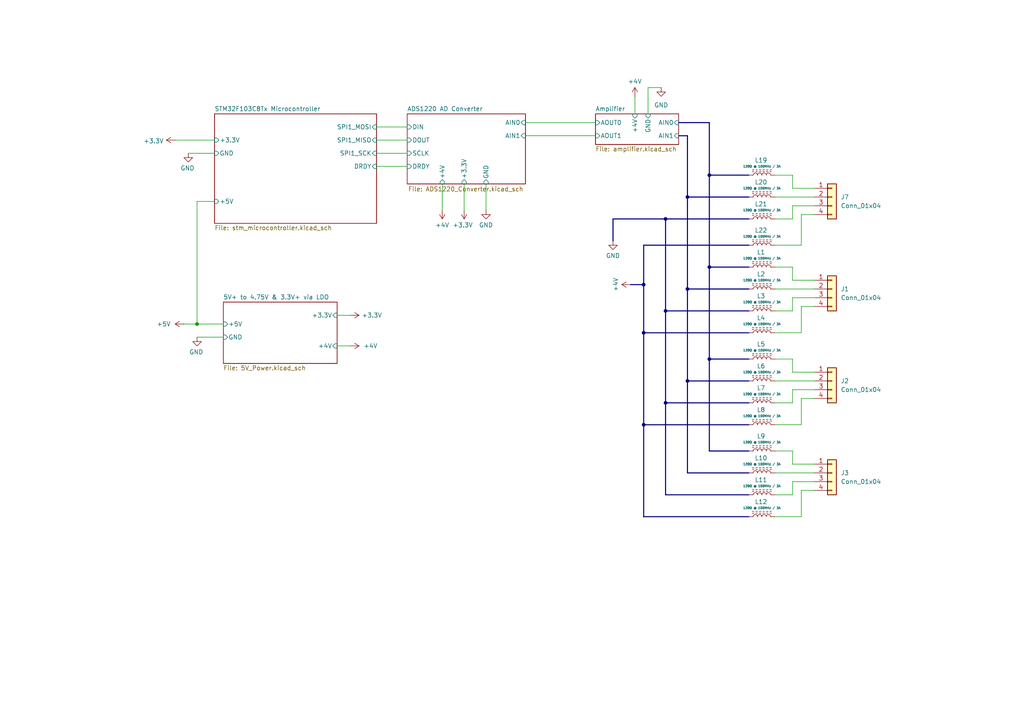
<source format=kicad_sch>
(kicad_sch (version 20231120) (generator "eeschema") (generator_version "8.0")
  (paper "A4")
  (lib_symbols
    (symbol "Connector_Generic:Conn_01x04" (pin_names (offset 1.016) hide)
      (property "Reference" "J" (at 0 5.08 0))
      (property "Value" "Conn_01x04" (at 0 -7.62 0))
      (symbol "Conn_01x04_1_1"
        (rectangle (start -1.27 -4.953) (end 0 -5.207) (stroke (width 0.1524)))
        (rectangle (start -1.27 -2.413) (end 0 -2.667) (stroke (width 0.1524)))
        (rectangle (start -1.27 0.127) (end 0 -0.127) (stroke (width 0.1524)))
        (rectangle (start -1.27 2.667) (end 0 2.413) (stroke (width 0.1524)))
        (rectangle (start -1.27 3.81) (end 1.27 -6.35) (stroke (width 0.254)) (fill (type background)))
        (pin passive line (at -5.08 2.54 0) (length 3.81) (name "Pin_1") (number "1"))
        (pin passive line (at -5.08 0 0) (length 3.81) (name "Pin_2") (number "2"))
        (pin passive line (at -5.08 -2.54 0) (length 3.81) (name "Pin_3") (number "3"))
        (pin passive line (at -5.08 -5.08 0) (length 3.81) (name "Pin_4") (number "4"))
      )
    )
    (symbol "Device:L_Ferrite" (pin_numbers hide) (pin_names (offset 1.016) hide)
      (property "Reference" "L" (at -1.27 0 90))
      (property "Value" "L_Ferrite" (at 2.794 0 90))
      (symbol "L_Ferrite_0_1"
        (arc (start 0 -2.54) (mid 0.6323 -1.905) (end 0 -1.27))
        (arc (start 0 -1.27) (mid 0.6323 -0.635) (end 0 0))
        (polyline (pts (xy 1.016 -2.794) (xy 1.016 -2.286)))
        (polyline (pts (xy 1.016 -1.778) (xy 1.016 -1.27)))
        (polyline (pts (xy 1.016 -0.762) (xy 1.016 -0.254)))
        (polyline (pts (xy 1.016 0.254) (xy 1.016 0.762)))
        (polyline (pts (xy 1.016 1.27) (xy 1.016 1.778)))
        (polyline (pts (xy 1.016 2.286) (xy 1.016 2.794)))
        (polyline (pts (xy 1.524 -2.286) (xy 1.524 -2.794)))
        (polyline (pts (xy 1.524 -1.27) (xy 1.524 -1.778)))
        (polyline (pts (xy 1.524 -0.254) (xy 1.524 -0.762)))
        (polyline (pts (xy 1.524 0.762) (xy 1.524 0.254)))
        (polyline (pts (xy 1.524 1.778) (xy 1.524 1.27)))
        (polyline (pts (xy 1.524 2.794) (xy 1.524 2.286)))
        (arc (start 0 0) (mid 0.6323 0.635) (end 0 1.27))
        (arc (start 0 1.27) (mid 0.6323 1.905) (end 0 2.54))
      )
      (symbol "L_Ferrite_1_1"
        (pin passive line (at 0 3.81 270) (length 1.27) (name "1") (number "1"))
        (pin passive line (at 0 -3.81 90) (length 1.27) (name "2") (number "2"))
      )
    )
    (symbol "power:+3.3V" (power) (pin_numbers hide) (pin_names (offset 0) hide)
      (property "Value" "+3.3V" (at 0 3.556 0))
      (symbol "+3.3V_0_1"
        (polyline (pts (xy -0.762 1.27) (xy 0 2.54)))
        (polyline (pts (xy 0 0) (xy 0 2.54)))
        (polyline (pts (xy 0 2.54) (xy 0.762 1.27)))
      )
      (symbol "+3.3V_1_1"
        (pin power_in line (at 0 0 90) (length 0) (name "~") (number "1"))
      )
    )
    (symbol "power:+4V" (power) (pin_numbers hide) (pin_names (offset 0) hide)
      (property "Value" "+4V" (at 0 3.556 0))
      (symbol "+4V_0_1"
        (polyline (pts (xy -0.762 1.27) (xy 0 2.54)))
        (polyline (pts (xy 0 0) (xy 0 2.54)))
        (polyline (pts (xy 0 2.54) (xy 0.762 1.27)))
      )
      (symbol "+4V_1_1"
        (pin power_in line (at 0 0 90) (length 0) (name "~") (number "1"))
      )
    )
    (symbol "power:+5V" (power) (pin_numbers hide) (pin_names (offset 0) hide)
      (property "Value" "+5V" (at 0 3.556 0))
      (symbol "+5V_0_1"
        (polyline (pts (xy -0.762 1.27) (xy 0 2.54)))
        (polyline (pts (xy 0 0) (xy 0 2.54)))
        (polyline (pts (xy 0 2.54) (xy 0.762 1.27)))
      )
      (symbol "+5V_1_1"
        (pin power_in line (at 0 0 90) (length 0) (name "~") (number "1"))
      )
    )
    (symbol "power:GND" (power) (pin_numbers hide) (pin_names (offset 0) hide)
      (property "Value" "GND" (at 0 -3.81 0))
      (symbol "GND_0_1"
        (polyline (pts (xy 0 0) (xy 0 -1.27) (xy 1.27 -1.27) (xy 0 -2.54) (xy -1.27 -1.27) (xy 0 -1.27)))
      )
      (symbol "GND_1_1"
        (pin power_in line (at 0 0 270) (length 0) (name "~") (number "1"))
      )
    )
  )
  (junction (at 186.69 82.55))
  (junction (at 193.04 63.5))
  (junction (at 193.04 116.84))
  (junction (at 57.15 93.98))
  (junction (at 199.39 83.82))
  (junction (at 205.74 50.8))
  (junction (at 199.39 110.49))
  (junction (at 205.74 104.14))
  (junction (at 205.74 77.47))
  (junction (at 193.04 90.17))
  (junction (at 186.69 123.19))
  (junction (at 199.39 57.15))
  (junction (at 186.69 96.52))
  (wire (pts (xy 229.87 130.81) (xy 229.87 134.62)))
  (bus (pts (xy 217.17 104.14) (xy 205.74 104.14)))
  (bus (pts (xy 205.74 35.56) (xy 205.74 50.8)))
  (wire (pts (xy 229.87 104.14) (xy 229.87 107.95)))
  (wire (pts (xy 224.79 71.12) (xy 232.41 71.12)))
  (bus (pts (xy 205.74 104.14) (xy 205.74 130.81)))
  (bus (pts (xy 177.8 63.5) (xy 193.04 63.5)))
  (wire (pts (xy 229.87 54.61) (xy 236.22 54.61)))
  (wire (pts (xy 229.87 59.69) (xy 236.22 59.69)))
  (wire (pts (xy 224.79 143.51) (xy 229.87 143.51)))
  (bus (pts (xy 186.69 71.12) (xy 217.17 71.12)))
  (wire (pts (xy 191.77 25.4) (xy 187.96 25.4)))
  (wire (pts (xy 184.15 27.94) (xy 184.15 33.02)))
  (wire (pts (xy 109.22 48.26) (xy 118.11 48.26)))
  (wire (pts (xy 224.79 130.81) (xy 229.87 130.81)))
  (bus (pts (xy 199.39 137.16) (xy 217.17 137.16)))
  (wire (pts (xy 224.79 149.86) (xy 232.41 149.86)))
  (bus (pts (xy 193.04 63.5) (xy 193.04 90.17)))
  (wire (pts (xy 224.79 83.82) (xy 236.22 83.82)))
  (wire (pts (xy 229.87 107.95) (xy 236.22 107.95)))
  (bus (pts (xy 205.74 50.8) (xy 217.17 50.8)))
  (wire (pts (xy 97.79 100.33) (xy 101.6 100.33)))
  (bus (pts (xy 199.39 110.49) (xy 199.39 137.16)))
  (wire (pts (xy 134.62 60.96) (xy 134.62 53.34)))
  (bus (pts (xy 193.04 90.17) (xy 193.04 116.84)))
  (wire (pts (xy 232.41 96.52) (xy 232.41 88.9)))
  (bus (pts (xy 186.69 149.86) (xy 217.17 149.86)))
  (bus (pts (xy 193.04 143.51) (xy 217.17 143.51)))
  (wire (pts (xy 232.41 149.86) (xy 232.41 142.24)))
  (wire (pts (xy 224.79 50.8) (xy 229.87 50.8)))
  (wire (pts (xy 109.22 40.64) (xy 118.11 40.64)))
  (wire (pts (xy 232.41 115.57) (xy 236.22 115.57)))
  (wire (pts (xy 101.6 91.44) (xy 97.79 91.44)))
  (wire (pts (xy 224.79 116.84) (xy 229.87 116.84)))
  (wire (pts (xy 57.15 93.98) (xy 64.77 93.98)))
  (wire (pts (xy 54.61 44.45) (xy 62.23 44.45)))
  (wire (pts (xy 229.87 113.03) (xy 236.22 113.03)))
  (wire (pts (xy 57.15 58.42) (xy 57.15 93.98)))
  (bus (pts (xy 199.39 57.15) (xy 199.39 83.82)))
  (wire (pts (xy 232.41 62.23) (xy 236.22 62.23)))
  (bus (pts (xy 205.74 50.8) (xy 205.74 77.47)))
  (bus (pts (xy 186.69 71.12) (xy 186.69 82.55)))
  (wire (pts (xy 229.87 134.62) (xy 236.22 134.62)))
  (wire (pts (xy 224.79 90.17) (xy 229.87 90.17)))
  (wire (pts (xy 53.34 93.98) (xy 57.15 93.98)))
  (bus (pts (xy 186.69 123.19) (xy 217.17 123.19)))
  (bus (pts (xy 205.74 130.81) (xy 217.17 130.81)))
  (wire (pts (xy 229.87 81.28) (xy 236.22 81.28)))
  (wire (pts (xy 232.41 142.24) (xy 236.22 142.24)))
  (wire (pts (xy 140.97 60.96) (xy 140.97 53.34)))
  (wire (pts (xy 62.23 58.42) (xy 57.15 58.42)))
  (wire (pts (xy 128.27 60.96) (xy 128.27 53.34)))
  (bus (pts (xy 193.04 63.5) (xy 217.17 63.5)))
  (wire (pts (xy 229.87 50.8) (xy 229.87 54.61)))
  (wire (pts (xy 224.79 57.15) (xy 236.22 57.15)))
  (bus (pts (xy 199.39 110.49) (xy 217.17 110.49)))
  (wire (pts (xy 224.79 77.47) (xy 229.87 77.47)))
  (bus (pts (xy 205.74 77.47) (xy 217.17 77.47)))
  (wire (pts (xy 50.8 40.64) (xy 62.23 40.64)))
  (wire (pts (xy 229.87 86.36) (xy 236.22 86.36)))
  (wire (pts (xy 224.79 63.5) (xy 229.87 63.5)))
  (bus (pts (xy 186.69 82.55) (xy 186.69 96.52)))
  (wire (pts (xy 229.87 139.7) (xy 236.22 139.7)))
  (wire (pts (xy 109.22 36.83) (xy 118.11 36.83)))
  (bus (pts (xy 199.39 39.37) (xy 199.39 57.15)))
  (bus (pts (xy 186.69 96.52) (xy 217.17 96.52)))
  (bus (pts (xy 186.69 123.19) (xy 186.69 149.86)))
  (bus (pts (xy 199.39 57.15) (xy 217.17 57.15)))
  (bus (pts (xy 199.39 83.82) (xy 199.39 110.49)))
  (wire (pts (xy 109.22 44.45) (xy 118.11 44.45)))
  (bus (pts (xy 199.39 83.82) (xy 217.17 83.82)))
  (wire (pts (xy 187.96 25.4) (xy 187.96 33.02)))
  (bus (pts (xy 193.04 116.84) (xy 217.17 116.84)))
  (bus (pts (xy 182.88 82.55) (xy 186.69 82.55)))
  (bus (pts (xy 205.74 77.47) (xy 205.74 104.14)))
  (wire (pts (xy 224.79 96.52) (xy 232.41 96.52)))
  (bus (pts (xy 196.85 35.56) (xy 205.74 35.56)))
  (wire (pts (xy 232.41 123.19) (xy 232.41 115.57)))
  (wire (pts (xy 229.87 77.47) (xy 229.87 81.28)))
  (wire (pts (xy 229.87 90.17) (xy 229.87 86.36)))
  (wire (pts (xy 224.79 137.16) (xy 236.22 137.16)))
  (bus (pts (xy 193.04 90.17) (xy 217.17 90.17)))
  (wire (pts (xy 152.4 39.37) (xy 172.72 39.37)))
  (wire (pts (xy 232.41 88.9) (xy 236.22 88.9)))
  (wire (pts (xy 229.87 116.84) (xy 229.87 113.03)))
  (bus (pts (xy 193.04 116.84) (xy 193.04 143.51)))
  (wire (pts (xy 224.79 104.14) (xy 229.87 104.14)))
  (wire (pts (xy 224.79 123.19) (xy 232.41 123.19)))
  (wire (pts (xy 57.15 97.79) (xy 64.77 97.79)))
  (wire (pts (xy 152.4 35.56) (xy 172.72 35.56)))
  (wire (pts (xy 229.87 63.5) (xy 229.87 59.69)))
  (bus (pts (xy 196.85 39.37) (xy 199.39 39.37)))
  (wire (pts (xy 229.87 143.51) (xy 229.87 139.7)))
  (bus (pts (xy 177.8 69.85) (xy 177.8 63.5)))
  (bus (pts (xy 186.69 96.52) (xy 186.69 123.19)))
  (wire (pts (xy 224.79 110.49) (xy 236.22 110.49)))
  (wire (pts (xy 232.41 71.12) (xy 232.41 62.23)))
  (symbol (lib_id "Device:L_Ferrite") (at 220.98 57.15 90) (unit 1)
    (property "Reference" "L20" (at 220.726 52.832 90))
    (property "Value" "120Ω @ 100MHz / 3A" (at 220.98 54.61 90) (effects (font (size 0.635 0.635))))
    (property "Footprint" "Inductor_SMD:L_0805_2012Metric_Pad1.05x1.20mm_HandSolder" (effects (hide yes)))
    (property "Description" "Inductor with ferrite core" (effects (hide yes)))
  )
  (symbol (lib_id "Device:L_Ferrite") (at 220.98 83.82 90) (unit 1)
    (property "Reference" "L2" (at 220.726 79.502 90))
    (property "Value" "120Ω @ 100MHz / 3A" (at 220.98 81.28 90) (effects (font (size 0.635 0.635))))
    (property "Footprint" "Inductor_SMD:L_0805_2012Metric_Pad1.05x1.20mm_HandSolder" (effects (hide yes)))
    (property "Description" "Inductor with ferrite core" (effects (hide yes)))
  )
  (symbol (lib_id "power:+4V") (at 128.27 60.96 180) (unit 1)
    (property "Reference" "#PWR032" (effects (hide yes)))
    (property "Value" "+4V" (at 128.27 65.278 0))
    (property "Description" "Power symbol creates a global label with name \"+4V\"" (effects (hide yes)))
  )
  (symbol (lib_id "power:GND") (at 54.61 44.45 0) (unit 1)
    (property "Reference" "#PWR026" (effects (hide yes)))
    (property "Value" "GND" (at 52.324 48.768 0) (effects (justify left)))
    (property "Description" "Power symbol creates a global label with name \"GND\" , ground" (effects (hide yes)))
  )
  (symbol (lib_id "Connector_Generic:Conn_01x04") (at 241.3 57.15 0) (unit 1)
    (property "Reference" "J7" (at 243.84 57.1499 0) (effects (justify left)))
    (property "Value" "Conn_01x04" (at 243.84 59.6899 0) (effects (justify left)))
    (property "Footprint" "Connector_JST:JST_XH_S4B-XH-A-1_1x04_P2.50mm_Horizontal" (effects (hide yes)))
    (property "Description" "Generic connector, single row, 01x04, script generated (kicad-library-utils/schlib/autogen/connector/)" (effects (hide yes)))
  )
  (symbol (lib_id "Device:L_Ferrite") (at 220.98 149.86 90) (unit 1)
    (property "Reference" "L12" (at 220.726 145.542 90))
    (property "Value" "120Ω @ 100MHz / 3A" (at 220.98 147.32 90) (effects (font (size 0.635 0.635))))
    (property "Footprint" "Inductor_SMD:L_0805_2012Metric_Pad1.05x1.20mm_HandSolder" (effects (hide yes)))
    (property "Description" "Inductor with ferrite core" (effects (hide yes)))
  )
  (symbol (lib_id "power:GND") (at 191.77 25.4 0) (unit 1)
    (property "Reference" "#PWR038" (effects (hide yes)))
    (property "Value" "GND" (at 191.77 30.48 0))
    (property "Description" "Power symbol creates a global label with name \"GND\" , ground" (effects (hide yes)))
  )
  (symbol (lib_id "Device:L_Ferrite") (at 220.98 90.17 90) (unit 1)
    (property "Reference" "L3" (at 220.726 85.852 90))
    (property "Value" "120Ω @ 100MHz / 3A" (at 220.98 87.63 90) (effects (font (size 0.635 0.635))))
    (property "Footprint" "Inductor_SMD:L_0805_2012Metric_Pad1.05x1.20mm_HandSolder" (effects (hide yes)))
    (property "Description" "Inductor with ferrite core" (effects (hide yes)))
  )
  (symbol (lib_id "Device:L_Ferrite") (at 220.98 63.5 90) (unit 1)
    (property "Reference" "L21" (at 220.726 59.182 90))
    (property "Value" "120Ω @ 100MHz / 3A" (at 220.98 60.96 90) (effects (font (size 0.635 0.635))))
    (property "Footprint" "Inductor_SMD:L_0805_2012Metric_Pad1.05x1.20mm_HandSolder" (effects (hide yes)))
    (property "Description" "Inductor with ferrite core" (effects (hide yes)))
  )
  (symbol (lib_id "Device:L_Ferrite") (at 220.98 96.52 90) (unit 1)
    (property "Reference" "L4" (at 220.726 92.202 90))
    (property "Value" "120Ω @ 100MHz / 3A" (at 220.98 93.98 90) (effects (font (size 0.635 0.635))))
    (property "Footprint" "Inductor_SMD:L_0805_2012Metric_Pad1.05x1.20mm_HandSolder" (effects (hide yes)))
    (property "Description" "Inductor with ferrite core" (effects (hide yes)))
  )
  (symbol (lib_id "power:GND") (at 57.15 97.79 0) (unit 1)
    (property "Reference" "#PWR023" (effects (hide yes)))
    (property "Value" "GND" (at 54.864 102.108 0) (effects (justify left)))
    (property "Description" "Power symbol creates a global label with name \"GND\" , ground" (effects (hide yes)))
  )
  (symbol (lib_id "Device:L_Ferrite") (at 220.98 77.47 90) (unit 1)
    (property "Reference" "L1" (at 220.726 73.152 90))
    (property "Value" "120Ω @ 100MHz / 3A" (at 220.98 74.93 90) (effects (font (size 0.635 0.635))))
    (property "Footprint" "Inductor_SMD:L_0805_2012Metric_Pad1.05x1.20mm_HandSolder" (effects (hide yes)))
    (property "Description" "Inductor with ferrite core" (effects (hide yes)))
  )
  (symbol (lib_id "Connector_Generic:Conn_01x04") (at 241.3 83.82 0) (unit 1)
    (property "Reference" "J1" (at 243.84 83.8199 0) (effects (justify left)))
    (property "Value" "Conn_01x04" (at 243.84 86.3599 0) (effects (justify left)))
    (property "Footprint" "Connector_JST:JST_XH_S4B-XH-A-1_1x04_P2.50mm_Horizontal" (effects (hide yes)))
    (property "Description" "Generic connector, single row, 01x04, script generated (kicad-library-utils/schlib/autogen/connector/)" (effects (hide yes)))
  )
  (symbol (lib_id "power:+3.3V") (at 101.6 91.44 270) (unit 1)
    (property "Reference" "#PWR044" (effects (hide yes)))
    (property "Value" "+3.3V" (at 104.902 91.44 90) (effects (justify left)))
    (property "Description" "Power symbol creates a global label with name \"+3.3V\"" (effects (hide yes)))
  )
  (symbol (lib_id "Connector_Generic:Conn_01x04") (at 241.3 137.16 0) (unit 1)
    (property "Reference" "J3" (at 243.84 137.1599 0) (effects (justify left)))
    (property "Value" "Conn_01x04" (at 243.84 139.6999 0) (effects (justify left)))
    (property "Footprint" "Connector_JST:JST_XH_S4B-XH-A-1_1x04_P2.50mm_Horizontal" (effects (hide yes)))
    (property "Description" "Generic connector, single row, 01x04, script generated (kicad-library-utils/schlib/autogen/connector/)" (effects (hide yes)))
  )
  (symbol (lib_id "Device:L_Ferrite") (at 220.98 137.16 90) (unit 1)
    (property "Reference" "L10" (at 220.726 132.842 90))
    (property "Value" "120Ω @ 100MHz / 3A" (at 220.98 134.62 90) (effects (font (size 0.635 0.635))))
    (property "Footprint" "Inductor_SMD:L_0805_2012Metric_Pad1.05x1.20mm_HandSolder" (effects (hide yes)))
    (property "Description" "Inductor with ferrite core" (effects (hide yes)))
  )
  (symbol (lib_id "Device:L_Ferrite") (at 220.98 104.14 90) (unit 1)
    (property "Reference" "L5" (at 220.726 99.822 90))
    (property "Value" "120Ω @ 100MHz / 3A" (at 220.98 101.6 90) (effects (font (size 0.635 0.635))))
    (property "Footprint" "Inductor_SMD:L_0805_2012Metric_Pad1.05x1.20mm_HandSolder" (effects (hide yes)))
    (property "Description" "Inductor with ferrite core" (effects (hide yes)))
  )
  (symbol (lib_id "power:GND") (at 177.8 69.85 0) (unit 1)
    (property "Reference" "#PWR045" (effects (hide yes)))
    (property "Value" "GND" (at 179.832 74.168 0) (effects (justify right)))
    (property "Description" "Power symbol creates a global label with name \"GND\" , ground" (effects (hide yes)))
  )
  (symbol (lib_id "power:+4V") (at 184.15 27.94 0) (unit 1)
    (property "Reference" "#PWR035" (effects (hide yes)))
    (property "Value" "+4V" (at 184.15 23.622 0))
    (property "Description" "Power symbol creates a global label with name \"+4V\"" (effects (hide yes)))
  )
  (symbol (lib_id "Device:L_Ferrite") (at 220.98 71.12 90) (unit 1)
    (property "Reference" "L22" (at 220.726 66.802 90))
    (property "Value" "120Ω @ 100MHz / 3A" (at 220.98 68.58 90) (effects (font (size 0.635 0.635))))
    (property "Footprint" "Inductor_SMD:L_0805_2012Metric_Pad1.05x1.20mm_HandSolder" (effects (hide yes)))
    (property "Description" "Inductor with ferrite core" (effects (hide yes)))
  )
  (symbol (lib_id "power:GND") (at 140.97 60.96 0) (unit 1)
    (property "Reference" "#PWR062" (effects (hide yes)))
    (property "Value" "GND" (at 143.002 65.278 0) (effects (justify right)))
    (property "Description" "Power symbol creates a global label with name \"GND\" , ground" (effects (hide yes)))
  )
  (symbol (lib_id "Device:L_Ferrite") (at 220.98 110.49 90) (unit 1)
    (property "Reference" "L6" (at 220.726 106.172 90))
    (property "Value" "120Ω @ 100MHz / 3A" (at 220.98 107.95 90) (effects (font (size 0.635 0.635))))
    (property "Footprint" "Inductor_SMD:L_0805_2012Metric_Pad1.05x1.20mm_HandSolder" (effects (hide yes)))
    (property "Description" "Inductor with ferrite core" (effects (hide yes)))
  )
  (symbol (lib_id "Device:L_Ferrite") (at 220.98 50.8 90) (unit 1)
    (property "Reference" "L19" (at 220.726 46.482 90))
    (property "Value" "120Ω @ 100MHz / 3A" (at 220.98 48.26 90) (effects (font (size 0.635 0.635))))
    (property "Footprint" "Inductor_SMD:L_0805_2012Metric_Pad1.05x1.20mm_HandSolder" (effects (hide yes)))
    (property "Description" "Inductor with ferrite core" (effects (hide yes)))
  )
  (symbol (lib_id "Device:L_Ferrite") (at 220.98 123.19 90) (unit 1)
    (property "Reference" "L8" (at 220.726 118.872 90))
    (property "Value" "120Ω @ 100MHz / 3A" (at 220.98 120.65 90) (effects (font (size 0.635 0.635))))
    (property "Footprint" "Inductor_SMD:L_0805_2012Metric_Pad1.05x1.20mm_HandSolder" (effects (hide yes)))
    (property "Description" "Inductor with ferrite core" (effects (hide yes)))
  )
  (symbol (lib_id "power:+3.3V") (at 50.8 40.64 90) (unit 1)
    (property "Reference" "#PWR021" (effects (hide yes)))
    (property "Value" "+3.3V" (at 47.498 40.894 90) (effects (justify left)))
    (property "Description" "Power symbol creates a global label with name \"+3.3V\"" (effects (hide yes)))
  )
  (symbol (lib_id "power:+4V") (at 182.88 82.55 90) (unit 1)
    (property "Reference" "#PWR036" (effects (hide yes)))
    (property "Value" "+4V" (at 178.562 82.55 0))
    (property "Description" "Power symbol creates a global label with name \"+4V\"" (effects (hide yes)))
  )
  (symbol (lib_id "power:+3.3V") (at 134.62 60.96 180) (unit 1)
    (property "Reference" "#PWR061" (effects (hide yes)))
    (property "Value" "+3.3V" (at 137.16 65.278 0) (effects (justify left)))
    (property "Description" "Power symbol creates a global label with name \"+3.3V\"" (effects (hide yes)))
  )
  (symbol (lib_id "power:+4V") (at 101.6 100.33 270) (unit 1)
    (property "Reference" "#PWR019" (effects (hide yes)))
    (property "Value" "+4V" (at 105.41 100.3299 90) (effects (justify left)))
    (property "Description" "Power symbol creates a global label with name \"+4V\"" (effects (hide yes)))
  )
  (symbol (lib_id "Connector_Generic:Conn_01x04") (at 241.3 110.49 0) (unit 1)
    (property "Reference" "J2" (at 243.84 110.4899 0) (effects (justify left)))
    (property "Value" "Conn_01x04" (at 243.84 113.0299 0) (effects (justify left)))
    (property "Footprint" "Connector_JST:JST_XH_S4B-XH-A-1_1x04_P2.50mm_Horizontal" (effects (hide yes)))
    (property "Description" "Generic connector, single row, 01x04, script generated (kicad-library-utils/schlib/autogen/connector/)" (effects (hide yes)))
  )
  (symbol (lib_id "Device:L_Ferrite") (at 220.98 130.81 90) (unit 1)
    (property "Reference" "L9" (at 220.726 126.492 90))
    (property "Value" "120Ω @ 100MHz / 3A" (at 220.98 128.27 90) (effects (font (size 0.635 0.635))))
    (property "Footprint" "Inductor_SMD:L_0805_2012Metric_Pad1.05x1.20mm_HandSolder" (effects (hide yes)))
    (property "Description" "Inductor with ferrite core" (effects (hide yes)))
  )
  (symbol (lib_id "power:+5V") (at 53.34 93.98 90) (unit 1)
    (property "Reference" "#PWR046" (effects (hide yes)))
    (property "Value" "+5V" (at 49.53 93.9799 90) (effects (justify left)))
    (property "Description" "Power symbol creates a global label with name \"+5V\"" (effects (hide yes)))
  )
  (symbol (lib_id "Device:L_Ferrite") (at 220.98 116.84 90) (unit 1)
    (property "Reference" "L7" (at 220.726 112.522 90))
    (property "Value" "120Ω @ 100MHz / 3A" (at 220.98 114.3 90) (effects (font (size 0.635 0.635))))
    (property "Footprint" "Inductor_SMD:L_0805_2012Metric_Pad1.05x1.20mm_HandSolder" (effects (hide yes)))
    (property "Description" "Inductor with ferrite core" (effects (hide yes)))
  )
  (symbol (lib_id "Device:L_Ferrite") (at 220.98 143.51 90) (unit 1)
    (property "Reference" "L11" (at 220.726 139.192 90))
    (property "Value" "120Ω @ 100MHz / 3A" (at 220.98 140.97 90) (effects (font (size 0.635 0.635))))
    (property "Footprint" "Inductor_SMD:L_0805_2012Metric_Pad1.05x1.20mm_HandSolder" (effects (hide yes)))
    (property "Description" "Inductor with ferrite core" (effects (hide yes)))
  )
  (sheet (at 172.72 33.02) (size 24.13 8.89) (stroke (width 0.1524))
    (property "Sheetname" "Amplifier" (at 172.72 32.3084 0) (effects (justify left bottom)))
    (property "Sheetfile" "amplifier.kicad_sch" (at 172.72 42.4946 0) (effects (justify left top)))
    (pin "AOUT1" input (at 172.72 39.37 180))
    (pin "AIN1" input (at 196.85 39.37 0))
    (pin "AOUT0" input (at 172.72 35.56 180))
    (pin "AIN0" input (at 196.85 35.56 0))
    (pin "GND" input (at 187.96 33.02 90))
    (pin "+4V" input (at 184.15 33.02 90))
  )
  (sheet (at 62.23 33.02) (size 46.99 31.75) (stroke (width 0.1524))
    (property "Sheetname" "STM32F103C8Tx Microcontroller" (at 62.23 32.3084 0) (effects (justify left bottom)))
    (property "Sheetfile" "stm_microcontroller.kicad_sch" (at 62.23 65.3546 0) (effects (justify left top)))
    (pin "SPI1_SCK" input (at 109.22 44.45 0))
    (pin "SPI1_MOSI" input (at 109.22 36.83 0))
    (pin "SPI1_MISO" input (at 109.22 40.64 0))
    (pin "+3.3V" input (at 62.23 40.64 180))
    (pin "GND" input (at 62.23 44.45 180))
    (pin "DRDY" input (at 109.22 48.26 0))
    (pin "+5V" input (at 62.23 58.42 180))
  )
  (sheet (at 64.77 87.63) (size 33.02 17.78) (stroke (width 0.1524))
    (property "Sheetname" "5V+ to 4.75V & 3.3V+ via LDO" (at 64.77 86.9184 0) (effects (justify left bottom)))
    (property "Sheetfile" "5V_Power.kicad_sch" (at 64.77 105.9946 0) (effects (justify left top)))
    (pin "+5V" input (at 64.77 93.98 180))
    (pin "GND" input (at 64.77 97.79 180))
    (pin "+3.3V" input (at 97.79 91.44 0))
    (pin "+4V" input (at 97.79 100.33 0))
  )
  (sheet (at 118.11 33.02) (size 34.29 20.32) (stroke (width 0.1524))
    (property "Sheetname" "ADS1220 AD Converter" (at 118.11 32.3084 0) (effects (justify left bottom)))
    (property "Sheetfile" "ADS1220_Converter.kicad_sch" (at 118.364 54.102 0) (effects (justify left top)))
    (pin "AIN1" input (at 152.4 39.37 0))
    (pin "+3.3V" input (at 134.62 53.34 270))
    (pin "GND" input (at 140.97 53.34 270))
    (pin "AIN0" input (at 152.4 35.56 0))
    (pin "SCLK" input (at 118.11 44.45 180))
    (pin "DOUT" input (at 118.11 40.64 180))
    (pin "DIN" input (at 118.11 36.83 180))
    (pin "DRDY" input (at 118.11 48.26 180))
    (pin "+4V" input (at 128.27 53.34 270))
  )
)
</source>
